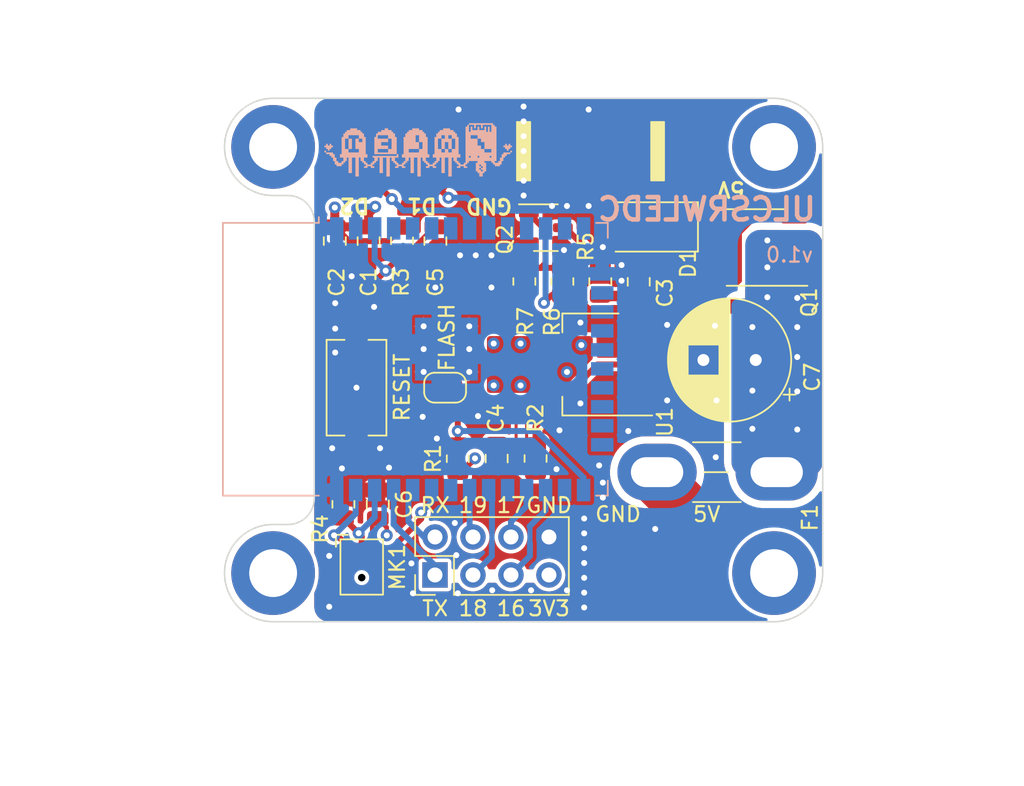
<source format=kicad_pcb>
(kicad_pcb (version 20221018) (generator pcbnew)
  (layers (0 "F.Cu" signal) (1 "In1.Cu" signal) (2 "In2.Cu" signal) (31 "B.Cu" signal) (34 "B.Paste" user) (35 "F.Paste" user) (36 "B.SilkS" user "B.Silkscreen") (37 "F.SilkS" user "F.Silkscreen") (38 "B.Mask" user) (39 "F.Mask" user) (44 "Edge.Cuts" user))
  (net 0 "")
  (net 1 "+5V")
  (net 2 "GND")
  (net 3 "+3.3V")
  (net 4 "STRIP_5V")
  (net 5 "RELAY")
  (net 6 "RX")
  (net 7 "TX")
  (net 8 "Net-(U2-EN)")
  (net 9 "FLASH")
  (net 11 "STRIP_DATA_2")
  (net 12 "STRIP_DATA_1")
  (net 13 "IO19")
  (net 14 "I2S_WS")
  (net 15 "I2S_SCK")
  (net 16 "Net-(Q1-G)")
  (net 21 "I2S_SD")
  (net 34 "/5V_IN")
  (net 38 "IO18")
  (net 39 "IO16")
  (net 40 "IO17")
  (net 41 "Net-(Q2-G)")
  (footprint "ProjectLibrary:SolderWirePad_1x01_SMD_3x6mm" (layer "F.Cu") (at 37.76 23.5)
    (fp_text reference "J3" hide)
    (fp_text value "GND PAD")
    (pad "1" smd roundrect (at 0 0) (size 3.5 6) (layers "F.Cu" "F.Paste" "F.Mask") (roundrect_rratio 0.2857142857) (net 2 "GND"))
  )
  (footprint "ProjectLibrary:SolderWirePad_1x01_SMD_3x6mm" (layer "F.Cu") (at 46.72 23.5)
    (fp_text reference "J1" hide)
    (fp_text value "5V OUT PAD")
    (pad "1" smd roundrect (at 0 0) (size 3.5 6) (layers "F.Cu" "F.Paste" "F.Mask") (roundrect_rratio 0.2857142857) (net 4 "STRIP_5V"))
  )
  (footprint "Package_SO:SO-8_3.9x4.9mm_P1.27mm" (layer "F.Cu") (at 55.525 29.975 180)
    (fp_text reference "Q1" (at -3.575 -3.675 90) (layer "F.SilkS"))
    (fp_text value "IRF7410TRPBF")
    (pad "1" smd roundrect (at -2.575 -1.905 180) (size 1.75 0.6) (layers "F.Cu" "F.Paste" "F.Mask") (net 1 "+5V"))
    (pad "2" smd roundrect (at -2.575 -0.635 180) (size 1.75 0.6) (layers "F.Cu" "F.Paste" "F.Mask") (net 1 "+5V"))
    (pad "3" smd roundrect (at -2.575 0.635 180) (size 1.75 0.6) (layers "F.Cu" "F.Paste" "F.Mask") (net 1 "+5V"))
    (pad "4" smd roundrect (at -2.575 1.905 180) (size 1.75 0.6) (layers "F.Cu" "F.Paste" "F.Mask") (net 16 "Net-(Q1-G)"))
    (pad "5" smd roundrect (at 2.575 1.905 180) (size 1.75 0.6) (layers "F.Cu" "F.Paste" "F.Mask") (net 4 "STRIP_5V"))
    (pad "6" smd roundrect (at 2.575 0.635 180) (size 1.75 0.6) (layers "F.Cu" "F.Paste" "F.Mask") (net 4 "STRIP_5V"))
    (pad "7" smd roundrect (at 2.575 -0.635 180) (size 1.75 0.6) (layers "F.Cu" "F.Paste" "F.Mask") (net 4 "STRIP_5V"))
    (pad "8" smd roundrect (at 2.575 -1.905 180) (size 1.75 0.6) (layers "F.Cu" "F.Paste" "F.Mask") (net 4 "STRIP_5V"))
  )
  (footprint "MountingHole:MountingHole_3.2mm_M3_DIN965_Pad_TopBottom" (layer "F.Cu") (at 23.25 51.75)
    (fp_text reference "H4" hide)
    (fp_text value "MountingHole")
    (pad "1" thru_hole circle (at 0 0) (size 3.6 3.6) (drill 3.2) (layers "*.Cu" "*.Mask"))
    (pad "1" connect circle (at 0 0) (size 5.6 5.6) (layers "F.Cu" "F.Mask"))
    (pad "1" connect circle (at 0 0) (size 5.6 5.6) (layers "B.Cu" "B.Mask"))
  )
  (footprint "Capacitor_SMD:C_0805_2012Metric" (layer "F.Cu") (at 38.2 44.0875 -90)
    (fp_text reference "C4" (at -2.7 0.05 90) (layer "F.SilkS"))
    (fp_text value "22uF")
    (pad "1" smd roundrect (at -0.95 0 270) (size 1 1.45) (layers "F.Cu" "F.Paste" "F.Mask") (net 3 "+3.3V"))
    (pad "2" smd roundrect (at 0.95 0 270) (size 1 1.45) (layers "F.Cu" "F.Paste" "F.Mask") (net 2 "GND"))
  )
  (footprint "Fuse:Fuse_Blade_Mini_directSolder" (layer "F.Cu") (at 56.925 45 180)
    (fp_text reference "F1" (at -2.225 -3.05 90) (layer "F.SilkS"))
    (fp_text value "max. 15A")
    (pad "1" thru_hole oval (at 0 0 180) (size 5.5 3.8) (drill oval 3.5 2) (layers "*.Cu" "*.Mask") (net 1 "+5V") (clearance 0.5))
    (pad "2" thru_hole oval (at 8 0 180) (size 5.3 3.8) (drill oval 3.5 2) (layers "*.Cu" "*.Mask") (net 34 "/5V_IN") (clearance 0.5))
  )
  (footprint "Resistor_SMD:R_0805_2012Metric" (layer "F.Cu") (at 40.05 32.25 -90)
    (fp_text reference "R7" (at 2.675 -0.075 90) (layer "F.SilkS"))
    (fp_text value "10k")
    (pad "1" smd roundrect (at -0.9125 0 270) (size 1.025 1.4) (layers "F.Cu" "F.Paste" "F.Mask") (roundrect_rratio 0.243902439) (net 41 "Net-(Q2-G)"))
    (pad "2" smd roundrect (at 0.9125 0 270) (size 1.025 1.4) (layers "F.Cu" "F.Paste" "F.Mask") (roundrect_rratio 0.243902439) (net 2 "GND"))
  )
  (footprint "Capacitor_SMD:C_0805_2012Metric" (layer "F.Cu") (at 27.375 29.545 -90)
    (fp_text reference "C2" (at 2.755 -0.125 90) (layer "F.SilkS"))
    (fp_text value "22uF")
    (pad "1" smd roundrect (at -0.95 0 270) (size 1 1.45) (layers "F.Cu" "F.Paste" "F.Mask") (net 3 "+3.3V"))
    (pad "2" smd roundrect (at 0.95 0 270) (size 1 1.45) (layers "F.Cu" "F.Paste" "F.Mask") (net 2 "GND"))
  )
  (footprint "ProjectLibrary:SolderWirePad_1x01_SMD_3x6mm" (layer "F.Cu") (at 51.2 51.5)
    (fp_text reference "J8" hide)
    (fp_text value "5V IN PAD")
    (pad "1" smd roundrect (at 0 0) (size 3.5 6) (layers "F.Cu" "F.Paste" "F.Mask") (roundrect_rratio 0.2857142857) (net 34 "/5V_IN"))
  )
  (footprint "Resistor_SMD:R_0805_2012Metric" (layer "F.Cu") (at 35.6 44.1 90)
    (fp_text reference "R1" (at 0 -1.65 90) (layer "F.SilkS"))
    (fp_text value "10k")
    (pad "1" smd roundrect (at -0.9125 0 90) (size 1.025 1.4) (layers "F.Cu" "F.Paste" "F.Mask") (roundrect_rratio 0.243902439) (net 3 "+3.3V"))
    (pad "2" smd roundrect (at 0.9125 0 90) (size 1.025 1.4) (layers "F.Cu" "F.Paste" "F.Mask") (roundrect_rratio 0.243902439) (net 9 "FLASH"))
  )
  (footprint "ProjectLibrary:SolderWirePad_1x01_SMD_3x6mm" (layer "F.Cu") (at 33.28 23.5)
    (fp_text reference "J2" hide)
    (fp_text value "D1 PAD")
    (pad "1" smd roundrect (at 0 0) (size 3.5 6) (layers "F.Cu" "F.Paste" "F.Mask") (roundrect_rratio 0.2857142857) (net 12 "STRIP_DATA_1"))
  )
  (footprint "ProjectLibrary:SolderWirePad_1x01_SMD_3x6mm" (layer "F.Cu") (at 46.72 51.5)
    (fp_text reference "J7" hide)
    (fp_text value "GND PAD")
    (pad "1" smd roundrect (at 0 0) (size 3.5 6) (layers "F.Cu" "F.Paste" "F.Mask") (roundrect_rratio 0.2857142857) (net 2 "GND"))
  )
  (footprint "Button_Switch_SMD:SW_Tactile_SPST_NO_Straight_CK_PTS636Sx25SMTRLFS" (layer "F.Cu") (at 28.825 39.35 90)
    (fp_text reference "SW1" hide)
    (fp_text value "RESET_SW")
    (pad "1" smd rect (at -3.875 0 90) (size 1.25 1) (layers "F.Cu" "F.Paste" "F.Mask") (net 2 "GND"))
    (pad "2" smd rect (at 3.875 0 90) (size 1.25 1) (layers "F.Cu" "F.Paste" "F.Mask") (net 8 "Net-(U2-EN)"))
  )
  (footprint "MountingHole:MountingHole_3.2mm_M3_DIN965_Pad_TopBottom" (layer "F.Cu") (at 56.75 23.25)
    (fp_text reference "H2" hide)
    (fp_text value "MountingHole")
    (pad "1" thru_hole circle (at 0 0) (size 3.6 3.6) (drill 3.2) (layers "*.Cu" "*.Mask"))
    (pad "1" connect circle (at 0 0) (size 5.6 5.6) (layers "F.Cu" "F.Mask"))
    (pad "1" connect circle (at 0 0) (size 5.6 5.6) (layers "B.Cu" "B.Mask"))
  )
  (footprint "Resistor_SMD:R_0805_2012Metric" (layer "F.Cu") (at 27.95 47.15 -90)
    (fp_text reference "R4" (at 1.65 1.55 90) (layer "F.SilkS"))
    (fp_text value "100k")
    (pad "1" smd roundrect (at -0.9125 0 270) (size 1.025 1.4) (layers "F.Cu" "F.Paste" "F.Mask") (roundrect_rratio 0.243902439) (net 2 "GND"))
    (pad "2" smd roundrect (at 0.9125 0 270) (size 1.025 1.4) (layers "F.Cu" "F.Paste" "F.Mask") (roundrect_rratio 0.243902439) (net 21 "I2S_SD"))
  )
  (footprint "Capacitor_SMD:C_0805_2012Metric" (layer "F.Cu") (at 30.25 47.15 90)
    (fp_text reference "C6" (at 0 1.75 270) (layer "F.SilkS"))
    (fp_text value "100nF")
    (pad "1" smd roundrect (at -0.95 0 90) (size 1 1.45) (layers "F.Cu" "F.Paste" "F.Mask") (net 3 "+3.3V"))
    (pad "2" smd roundrect (at 0.95 0 90) (size 1 1.45) (layers "F.Cu" "F.Paste" "F.Mask") (net 2 "GND"))
  )
  (footprint "ProjectLibrary:SolderWirePad_1x01_SMD_3x6mm" (layer "F.Cu") (at 51.2 23.5)
    (fp_text reference "J4" hide)
    (fp_text value "5V OUT PAD")
    (pad "1" smd roundrect (at 0 0) (size 3.5 6) (layers "F.Cu" "F.Paste" "F.Mask") (roundrect_rratio 0.2857142857) (net 4 "STRIP_5V"))
  )
  (footprint "Package_TO_SOT_SMD:SOT-23-3" (layer "F.Cu") (at 41.4875 28.65)
    (fp_text reference "Q2" (at -2.7375 0.8 90) (layer "F.SilkS"))
    (fp_text value "IRLML6244")
    (pad "1" smd roundrect (at -1.1375 -0.95) (size 1.325 0.6) (layers "F.Cu" "F.Paste" "F.Mask") (net 41 "Net-(Q2-G)"))
    (pad "2" smd roundrect (at -1.1375 0.95) (size 1.325 0.6) (layers "F.Cu" "F.Paste" "F.Mask") (net 2 "GND"))
    (pad "3" smd roundrect (at 1.1375 0) (size 1.325 0.6) (layers "F.Cu" "F.Paste" "F.Mask") (net 16 "Net-(Q1-G)"))
  )
  (footprint "Capacitor_THT:CP_Radial_D8.0mm_P3.50mm" (layer "F.Cu") (at 55.525 37.5 180)
    (fp_text reference "C7" (at -3.775 -1.15 90) (layer "F.SilkS"))
    (fp_text value "330uF")
    (pad "1" thru_hole rect (at 0 0 180) (size 1.6 1.6) (drill 0.8) (layers "*.Cu" "*.Mask") (net 1 "+5V"))
    (pad "2" thru_hole circle (at 3.5 0 180) (size 1.6 1.6) (drill 0.8) (layers "*.Cu" "*.Mask") (net 2 "GND"))
  )
  (footprint "Resistor_SMD:R_0805_2012Metric" (layer "F.Cu") (at 45.13 32.25 90)
    (fp_text reference "R5" (at 2.325 -0.975 90) (layer "F.SilkS"))
    (fp_text value "10k")
    (pad "1" smd roundrect (at -0.9125 0 90) (size 1.025 1.4) (layers "F.Cu" "F.Paste" "F.Mask") (roundrect_rratio 0.243902439) (net 1 "+5V"))
    (pad "2" smd roundrect (at 0.9125 0 90) (size 1.025 1.4) (layers "F.Cu" "F.Paste" "F.Mask") (roundrect_rratio 0.243902439) (net 16 "Net-(Q1-G)"))
  )
  (footprint "Sensor_Audio:InvenSense_ICS-43434-6_3.5x2.65mm" (layer "F.Cu") (at 29.175 51.342)
    (fp_text reference "MK1" (at 2.375 0.008 90 unlocked) (layer "F.SilkS"))
    (fp_text value "ICS-43434")
    (pad "" np_thru_hole circle (at 0 0.71) (size 0.5 0.5) (drill 0.5) (layers "*.Mask"))
    (pad "1" smd rect (at -0.9 -1.364) (size 0.6 0.522) (layers "F.Cu" "F.Mask") (net 14 "I2S_WS"))
    (pad "2" smd rect (at -0.9 -0.542) (size 0.6 0.522) (layers "F.Cu" "F.Mask") (net 2 "GND"))
    (pad "3" smd custom (at 0.6625 0.71 90) (size 0.3 0.3) (layers "F.Cu" "F.Mask") (net 2 "GND") (options (clearance outline) (anchor circle)) (primitives (gr_circle (center 0 -0.6625) (end 0.6625 -0.6625) (width 0.3) (fill none))))
    (pad "4" smd rect (at 0.9 -0.542) (size 0.6 0.522) (layers "F.Cu" "F.Mask") (net 15 "I2S_SCK"))
    (pad "5" smd rect (at 0.9 -1.364) (size 0.6 0.522) (layers "F.Cu" "F.Mask") (net 3 "+3.3V"))
    (pad "6" smd rect (at 0 -1.364) (size 0.6 0.522) (layers "F.Cu" "F.Mask") (net 21 "I2S_SD"))
  )
  (footprint "Resistor_SMD:R_0805_2012Metric" (layer "F.Cu") (at 40.8 44.0875 -90)
    (fp_text reference "R2" (at -2.7 0 90) (layer "F.SilkS"))
    (fp_text value "0.5R")
    (pad "1" smd roundrect (at -0.9125 0 270) (size 1.025 1.4) (layers "F.Cu" "F.Paste" "F.Mask") (roundrect_rratio 0.243902439) (net 3 "+3.3V"))
    (pad "2" smd roundrect (at 0.9125 0 270) (size 1.025 1.4) (layers "F.Cu" "F.Paste" "F.Mask") (roundrect_rratio 0.243902439) (net 3 "+3.3V"))
  )
  (footprint "Diode_SMD:D_SMA" (layer "F.Cu") (at 48.15 28.6 180)
    (fp_text reference "D1" (at -2.85 -2.45 90) (layer "F.SilkS"))
    (fp_text value "SS14")
    (pad "1" smd roundrect (at -2 0 180) (size 2.5 1.8) (layers "F.Cu" "F.Paste" "F.Mask") (roundrect_rratio 0.1388888889) (net 4 "STRIP_5V"))
    (pad "2" smd roundrect (at 2 0 180) (size 2.5 1.8) (layers "F.Cu" "F.Paste" "F.Mask") (roundrect_rratio 0.1388888889) (net 2 "GND"))
  )
  (footprint "ProjectLibrary:SolderWirePad_1x01_SMD_3x6mm" (layer "F.Cu") (at 42.24 23.5)
    (fp_text reference "J6" hide)
    (fp_text value "GND PAD")
    (pad "1" smd roundrect (at 0 0) (size 3.5 6) (layers "F.Cu" "F.Paste" "F.Mask") (roundrect_rratio 0.2857142857) (net 2 "GND"))
  )
  (footprint "Capacitor_SMD:C_0805_2012Metric" (layer "F.Cu") (at 34.1 29.545 -90)
    (fp_text reference "C5" (at 2.755 0 90) (layer "F.SilkS"))
    (fp_text value "1uF")
    (pad "1" smd roundrect (at -0.95 0 270) (size 1 1.45) (layers "F.Cu" "F.Paste" "F.Mask") (net 8 "Net-(U2-EN)"))
    (pad "2" smd roundrect (at 0.95 0 270) (size 1 1.45) (layers "F.Cu" "F.Paste" "F.Mask") (net 2 "GND"))
  )
  (footprint "ProjectLibrary:SolderWirePad_1x01_SMD_3x6mm" (layer "F.Cu") (at 28.8 23.5)
    (fp_text reference "J5" hide)
    (fp_text value "D2 PAD")
    (pad "1" smd roundrect (at 0 0) (size 3.5 6) (layers "F.Cu" "F.Paste" "F.Mask") (roundrect_rratio 0.2857142857) (net 11 "STRIP_DATA_2"))
  )
  (footprint "Jumper:SolderJumper-2_P1.3mm_Open_RoundedPad1.0x1.5mm" (layer "F.Cu") (at 34.75 39.35 180)
    (fp_text reference "JP1" hide)
    (fp_text value "Flash_Jumper")
    (pad "1" smd custom (at -0.65 0 180) (size 1 0.5) (layers "F.Cu" "F.Mask") (net 9 "FLASH") (options (clearance outline) (anchor rect)) (primitives (gr_circle (center 0 0.25) (end 0.5 0.25) (width 0) (fill yes)) (gr_circle (center 0 -0.25) (end 0.5 -0.25) (width 0) (fill yes)) (gr_poly (pts (xy 0.5 0.75) (xy 0 0.75) (xy 0 -0.75) (xy 0.5 -0.75)) (width 0) (fill yes))))
    (pad "2" smd custom (at 0.65 0 180) (size 1 0.5) (layers "F.Cu" "F.Mask") (net 2 "GND") (options (clearance outline) (anchor rect)) (primitives (gr_circle (center 0 0.25) (end 0.5 0.25) (width 0) (fill yes)) (gr_circle (center 0 -0.25) (end 0.5 -0.25) (width 0) (fill yes)) (gr_poly (pts (xy 0 0.75) (xy -0.5 0.75) (xy -0.5 -0.75) (xy 0 -0.75)) (width 0) (fill yes))))
  )
  (footprint "Capacitor_SMD:C_0805_2012Metric" (layer "F.Cu") (at 47.7 32.27 90)
    (fp_text reference "C3" (at -0.75 1.75 90) (layer "F.SilkS"))
    (fp_text value "22uF")
    (pad "1" smd roundrect (at -0.95 0 90) (size 1 1.45) (layers "F.Cu" "F.Paste" "F.Mask") (net 1 "+5V"))
    (pad "2" smd roundrect (at 0.95 0 90) (size 1 1.45) (layers "F.Cu" "F.Paste" "F.Mask") (net 2 "GND"))
  )
  (footprint "Resistor_SMD:R_0805_2012Metric" (layer "F.Cu") (at 31.868332 29.525 -90)
    (fp_text reference "R3" (at 2.775 0.068332 90) (layer "F.SilkS"))
    (fp_text value "10k")
    (pad "1" smd roundrect (at -0.9125 0 270) (size 1.025 1.4) (layers "F.Cu" "F.Paste" "F.Mask") (roundrect_rratio 0.243902439) (net 3 "+3.3V"))
    (pad "2" smd roundrect (at 0.9125 0 270) (size 1.025 1.4) (layers "F.Cu" "F.Paste" "F.Mask") (roundrect_rratio 0.243902439) (net 8 "Net-(U2-EN)"))
  )
  (footprint "MountingHole:MountingHole_3.2mm_M3_DIN965_Pad_TopBottom" (layer "F.Cu") (at 23.25 23.25)
    (fp_text reference "H1" hide)
    (fp_text value "MountingHole")
    (pad "1" thru_hole circle (at 0 0) (size 3.6 3.6) (drill 3.2) (layers "*.Cu" "*.Mask"))
    (pad "1" connect circle (at 0 0) (size 5.6 5.6) (layers "F.Cu" "F.Mask"))
    (pad "1" connect circle (at 0 0) (size 5.6 5.6) (layers "B.Cu" "B.Mask"))
  )
  (footprint "Resistor_SMD:R_0805_2012Metric" (layer "F.Cu") (at 42.59 32.25 90)
    (fp_text reference "R6" (at -2.7 -0.69 90) (layer "F.SilkS"))
    (fp_text value "300R")
    (pad "1" smd roundrect (at -0.9125 0 90) (size 1.025 1.4) (layers "F.Cu" "F.Paste" "F.Mask") (roundrect_rratio 0.243902439) (net 5 "RELAY"))
    (pad "2" smd roundrect (at 0.9125 0 90) (size 1.025 1.4) (layers "F.Cu" "F.Paste" "F.Mask") (roundrect_rratio 0.243902439) (net 41 "Net-(Q2-G)"))
  )
  (footprint "MountingHole:MountingHole_3.2mm_M3_DIN965_Pad_TopBottom" (layer "F.Cu") (at 56.75 51.75)
    (fp_text reference "H3" hide)
    (fp_text value "MountingHole")
    (pad "1" thru_hole circle (at 0 0) (size 3.6 3.6) (drill 3.2) (layers "*.Cu" "*.Mask"))
    (pad "1" connect circle (at 0 0) (size 5.6 5.6) (layers "F.Cu" "F.Mask"))
    (pad "1" connect circle (at 0 0) (size 5.6 5.6) (layers "B.Cu" "B.Mask"))
  )
  (footprint "Package_TO_SOT_SMD:SOT-223-3_TabPin2" (layer "F.Cu") (at 44.5 37.8 180)
    (fp_text reference "U1" (at -4.95 -3.85 90) (layer "F.SilkS"))
    (fp_text value "AMS1117-3.3")
    (pad "1" smd rect (at -3.15 -2.3 180) (size 2 1.5) (layers "F.Cu" "F.Paste" "F.Mask") (net 2 "GND"))
    (pad "2" smd rect (at -3.15 0 180) (size 2 1.5) (layers "F.Cu" "F.Paste" "F.Mask") (net 3 "+3.3V"))
    (pad "2" smd rect (at 3.15 0 180) (size 2 3.8) (layers "F.Cu" "F.Paste" "F.Mask") (net 3 "+3.3V"))
    (pad "3" smd rect (at -3.15 2.3 180) (size 2 1.5) (layers "F.Cu" "F.Paste" "F.Mask") (net 1 "+5V"))
  )
  (footprint "Connector_PinHeader_2.54mm:PinHeader_2x04_P2.54mm_Vertical" (layer "F.Cu") (at 34.075 51.875 90)
    (fp_text reference "J9" hide)
    (fp_text value "Conn_02x04_Odd_Even")
    (pad "1" thru_hole rect (at 0 0 90) (size 1.7 1.7) (drill 1) (layers "*.Cu" "*.Mask") (net 7 "TX"))
    (pad "2" thru_hole oval (at 2.54 0 90) (size 1.7 1.7) (drill 1) (layers "*.Cu" "*.Mask") (net 6 "RX"))
    (pad "3" thru_hole oval (at 0 2.54 90) (size 1.7 1.7) (drill 1) (layers "*.Cu" "*.Mask") (net 38 "IO18"))
    (pad "4" thru_hole oval (at 2.54 2.54 90) (size 1.7 1.7) (drill 1) (layers "*.Cu" "*.Mask") (net 13 "IO19"))
    (pad "5" thru_hole oval (at 0 5.08 90) (size 1.7 1.7) (drill 1) (layers "*.Cu" "*.Mask") (net 39 "IO16"))
    (pad "6" thru_hole oval (at 2.54 5.08 90) (size 1.7 1.7) (drill 1) (layers "*.Cu" "*.Mask") (net 40 "IO17"))
    (pad "7" thru_hole oval (at 0 7.62 90) (size 1.7 1.7) (drill 1) (layers "*.Cu" "*.Mask") (net 3 "+3.3V"))
    (pad "8" thru_hole oval (at 2.54 7.62 90) (size 1.7 1.7) (drill 1) (layers "*.Cu" "*.Mask") (net 2 "GND"))
  )
  (footprint "Capacitor_SMD:C_0805_2012Metric" (layer "F.Cu") (at 29.636666 29.55 90)
    (fp_text reference "C1" (at -2.75 0 90) (layer "F.SilkS"))
    (fp_text value "100nF")
    (pad "1" smd roundrect (at -0.95 0 90) (size 1 1.45) (layers "F.Cu" "F.Paste" "F.Mask") (net 2 "GND"))
    (pad "2" smd roundrect (at 0.95 0 90) (size 1 1.45) (layers "F.Cu" "F.Paste" "F.Mask") (net 3 "+3.3V"))
  )
  (footprint "RF_Module:ESP32-WROOM-32" (layer "B.Cu") (at 35.75 37.45 -90)
    (fp_text reference "U2" hide)
    (fp_text value "ESP32-WROOM-32")
    (pad "1" smd rect (at -8.75 8.25 270) (size 1.5 0.9) (layers "B.Cu" "B.Paste" "B.Mask") (net 2 "GND"))
    (pad "2" smd rect (at -8.75 6.98 270) (size 1.5 0.9) (layers "B.Cu" "B.Paste" "B.Mask") (net 3 "+3.3V"))
    (pad "3" smd rect (at -8.75 5.71 270) (size 1.5 0.9) (layers "B.Cu" "B.Paste" "B.Mask") (net 8 "Net-(U2-EN)"))
    (pad "4" smd rect (at -8.75 4.44 270) (size 1.5 0.9) (layers "B.Cu" "B.Paste" "B.Mask"))
    (pad "5" smd rect (at -8.75 3.17 270) (size 1.5 0.9) (layers "B.Cu" "B.Paste" "B.Mask"))
    (pad "6" smd rect (at -8.75 1.9 270) (size 1.5 0.9) (layers "B.Cu" "B.Paste" "B.Mask"))
    (pad "7" smd rect (at -8.75 0.63 270) (size 1.5 0.9) (layers "B.Cu" "B.Paste" "B.Mask"))
    (pad "8" smd rect (at -8.75 -0.64 270) (size 1.5 0.9) (layers "B.Cu" "B.Paste" "B.Mask") (net 11 "STRIP_DATA_2"))
    (pad "9" smd rect (at -8.75 -1.91 270) (size 1.5 0.9) (layers "B.Cu" "B.Paste" "B.Mask") (net 12 "STRIP_DATA_1"))
    (pad "10" smd rect (at -8.75 -3.18 270) (size 1.5 0.9) (layers "B.Cu" "B.Paste" "B.Mask"))
    (pad "11" smd rect (at -8.75 -4.45 270) (size 1.5 0.9) (layers "B.Cu" "B.Paste" "B.Mask"))
    (pad "12" smd rect (at -8.75 -5.72 270) (size 1.5 0.9) (layers "B.Cu" "B.Paste" "B.Mask") (net 5 "RELAY"))
    (pad "13" smd rect (at -8.75 -6.99 270) (size 1.5 0.9) (layers "B.Cu" "B.Paste" "B.Mask"))
    (pad "14" smd rect (at -8.75 -8.26 270) (size 1.5 0.9) (layers "B.Cu" "B.Paste" "B.Mask"))
    (pad "15" smd rect (at -5.71 -9.51 180) (size 1.5 0.9) (layers "B.Cu" "B.Paste" "B.Mask") (net 2 "GND"))
    (pad "16" smd rect (at -4.44 -9.51 180) (size 1.5 0.9) (layers "B.Cu" "B.Paste" "B.Mask"))
    (pad "17" smd rect (at -3.17 -9.51 180) (size 1.5 0.9) (layers "B.Cu" "B.Paste" "B.Mask"))
    (pad "18" smd rect (at -1.9 -9.51 180) (size 1.5 0.9) (layers "B.Cu" "B.Paste" "B.Mask"))
    (pad "19" smd rect (at -0.63 -9.51 180) (size 1.5 0.9) (layers "B.Cu" "B.Paste" "B.Mask"))
    (pad "20" smd rect (at 0.64 -9.51 180) (size 1.5 0.9) (layers "B.Cu" "B.Paste" "B.Mask"))
    (pad "21" smd rect (at 1.91 -9.51 180) (size 1.5 0.9) (layers "B.Cu" "B.Paste" "B.Mask"))
    (pad "22" smd rect (at 3.18 -9.51 180) (size 1.5 0.9) (layers "B.Cu" "B.Paste" "B.Mask"))
    (pad "23" smd rect (at 4.45 -9.51 180) (size 1.5 0.9) (layers "B.Cu" "B.Paste" "B.Mask"))
    (pad "24" smd rect (at 5.72 -9.51 180) (size 1.5 0.9) (layers "B.Cu" "B.Paste" "B.Mask"))
    (pad "25" smd rect (at 8.75 -8.26 270) (size 1.5 0.9) (layers "B.Cu" "B.Paste" "B.Mask") (net 9 "FLASH"))
    (pad "26" smd rect (at 8.75 -6.99 270) (size 1.5 0.9) (layers "B.Cu" "B.Paste" "B.Mask"))
    (pad "27" smd rect (at 8.75 -5.72 270) (size 1.5 0.9) (layers "B.Cu" "B.Paste" "B.Mask") (net 39 "IO16"))
    (pad "28" smd rect (at 8.75 -4.45 270) (size 1.5 0.9) (layers "B.Cu" "B.Paste" "B.Mask") (net 40 "IO17"))
    (pad "29" smd rect (at 8.75 -3.18 270) (size 1.5 0.9) (layers "B.Cu" "B.Paste" "B.Mask"))
    (pad "30" smd rect (at 8.75 -1.91 270) (size 1.5 0.9) (layers "B.Cu" "B.Paste" "B.Mask") (net 38 "IO18"))
    (pad "31" smd rect (at 8.75 -0.64 270) (size 1.5 0.9) (layers "B.Cu" "B.Paste" "B.Mask") (net 13 "IO19"))
    (pad "32" smd rect (at 8.75 0.63 270) (size 1.5 0.9) (layers "B.Cu" "B.Paste" "B.Mask"))
    (pad "33" smd rect (at 8.75 1.9 270) (size 1.5 0.9) (layers "B.Cu" "B.Paste" "B.Mask") (net 15 "I2S_SCK"))
    (pad "34" smd rect (at 8.75 3.17 270) (size 1.5 0.9) (layers "B.Cu" "B.Paste" "B.Mask") (net 6 "RX"))
    (pad "35" smd rect (at 8.75 4.44 270) (size 1.5 0.9) (layers "B.Cu" "B.Paste" "B.Mask") (net 7 "TX"))
    (pad "36" smd rect (at 8.75 5.71 270) (size 1.5 0.9) (layers "B.Cu" "B.Paste" "B.Mask") (net 21 "I2S_SD"))
    (pad "37" smd rect (at 8.75 6.98 270) (size 1.5 0.9) (layers "B.Cu" "B.Paste" "B.Mask") (net 14 "I2S_WS"))
    (pad "38" smd rect (at 8.75 8.25 270) (size 1.5 0.9) (layers "B.Cu" "B.Paste" "B.Mask") (net 2 "GND"))
    (pad "39" thru_hole circle (at -2.205 -0.615 270) (size 0.8 0.8) (drill 0.4) (property pad_prop_heatsink) (layers "*.Cu" "B.Mask") (net 2 "GND"))
    (pad "39" smd rect (at -2.205 -0.615 270) (size 1.05 1.05) (layers "B.Cu" "B.Paste") (net 2 "GND"))
    (pad "39" smd rect (at -2.205 0.91 270) (size 1.05 1.05) (layers "B.Cu" "B.Paste") (net 2 "GND"))
    (pad "39" thru_hole circle (at -2.205 2.435 270) (size 0.8 0.8) (drill 0.4) (property pad_prop_heatsink) (layers "*.Cu" "B.Mask") (net 2 "GND"))
    (pad "39" smd rect (at -2.205 2.435 270) (size 1.05 1.05) (layers "B.Cu" "B.Paste") (net 2 "GND"))
    (pad "39" thru_hole circle (at -0.68 -0.615 270) (size 0.8 0.8) (drill 0.4) (property pad_prop_heatsink) (layers "*.Cu" "B.Mask") (net 2 "GND"))
    (pad "39" smd rect (at -0.68 -0.615 270) (size 1.05 1.05) (layers "B.Cu" "B.Paste") (net 2 "GND"))
    (pad "39" smd rect (at -0.68 0.91 270) (size 1.05 1.05) (layers "B.Cu" "B.Paste") (net 2 "GND"))
    (pad "39" smd rect (at -0.68 0.91 270) (size 4.2 4.2) (layers "B.Cu" "B.Mask") (net 2 "GND"))
    (pad "39" thru_hole circle (at -0.68 2.435 270) (size 0.8 0.8) (drill 0.4) (property pad_prop_heatsink) (layers "*.Cu" "B.Mask") (net 2 "GND"))
    (pad "39" smd rect (at -0.68 2.435 270) (size 1.05 1.05) (layers "B.Cu" "B.Paste") (net 2 "GND"))
    (pad "39" thru_hole circle (at 0.845 -0.615 270) (size 0.8 0.8) (drill 0.4) (property pad_prop_heatsink) (layers "*.Cu" "B.Mask") (net 2 "GND"))
    (pad "39" smd rect (at 0.845 -0.615 270) (size 1.05 1.05) (layers "B.Cu" "B.Paste") (net 2 "GND"))
    (pad "39" smd rect (at 0.845 0.91 270) (size 1.05 1.05) (layers "B.Cu" "B.Paste") (net 2 "GND"))
    (pad "39" thru_hole circle (at 0.845 2.435 270) (size 0.8 0.8) (drill 0.4) (property pad_prop_heatsink) (layers "*.Cu" "B.Mask") (net 2 "GND"))
    (pad "39" smd rect (at 0.845 2.435 270) (size 1.05 1.05) (layers "B.Cu" "B.Paste") (net 2 "GND"))
    (zone (net 0) (net_name "") (layers "F.Cu" "In1.Cu" "B.Cu") (connect_pads (clearance 0)) (min_thickness 0.254)
      (keepout (tracks not_allowed) (vias not_allowed) (pads not_allowed) (copperpour not_allowed) (footprints not_allowed))
      (fill (thermal_gap 0.508) (thermal_bridge_width 0.508))
      (polygon (pts (xy 25.95 13.45) (xy 25.95 61.45) (xy 5.01 61.45) (xy 5.01 13.45)))
    )
  )
  (footprint "LOGO" (layer "B.Cu") (at 32.95 23.45 180)
    (fp_text reference "G***" hide)
    (fp_text value "LOGO" hide)
  )
  (gr_rect (start 48.525 21.575) (end 49.4 25.5) (stroke (width 0.1)) (fill solid) (layer "F.SilkS"))
  (gr_rect (start 39.55 21.575) (end 40.45 25.5) (stroke (width 0.1)) (fill solid) (layer "F.SilkS"))
  (gr_arc (start 56.75 20) (mid 59.048097 20.951903) (end 60 23.25) (stroke (width 0.1)) (layer "Edge.Cuts"))
  (gr_line (start 60 51.75) (end 60 23.25) (stroke (width 0.1)) (layer "Edge.Cuts"))
  (gr_line (start 56.75 20) (end 23.25 20) (stroke (width 0.1)) (layer "Edge.Cuts"))
  (gr_line (start 23.25 55) (end 56.75 55) (stroke (width 0.1)) (layer "Edge.Cuts"))
  (gr_arc (start 23.25 55) (mid 20 51.75) (end 23.25 48.5) (stroke (width 0.1)) (layer "Edge.Cuts"))
  (gr_arc (start 23.25 26.5) (mid 20 23.25) (end 23.25 20) (stroke (width 0.1)) (layer "Edge.Cuts"))
  (gr_line (start 26 28.25) (end 26 46.75) (stroke (width 0.1)) (layer "Edge.Cuts"))
  (gr_line (start 23.25 48.5) (end 24.25 48.5) (stroke (width 0.1)) (layer "Edge.Cuts"))
  (gr_line (start 24.25 26.5) (end 23.25 26.5) (stroke (width 0.1)) (layer "Edge.Cuts"))
  (gr_arc (start 26 46.75) (mid 25.487437 47.987437) (end 24.25 48.5) (stroke (width 0.1)) (layer "Edge.Cuts"))
  (gr_arc (start 24.25 26.5) (mid 25.487437 27.012563) (end 26 28.25) (stroke (width 0.1)) (layer "Edge.Cuts"))
  (gr_arc (start 60 51.75) (mid 59.048097 54.048097) (end 56.75 55) (stroke (width 0.1)) (layer "Edge.Cuts"))
  (gr_text "v1.0" (at 59.45 31.05) (layer "B.SilkS") (effects (font (size 1 1)) (justify left bottom mirror)))
  (gr_text "ULCSRWLEDC" (at 59.7 28.3) (layer "B.SilkS") (effects (font (size 1.5 1.5) (thickness 0.3) bold) (justify left bottom mirror)))
  (gr_text "TX" (at 33.130357 54.7) (layer "F.SilkS") (effects (font (size 1 1)) (justify left bottom)))
  (gr_text "GND" (at 40.083691 47.8) (layer "F.SilkS") (effects (font (size 1 1)) (justify left bottom)))
  (gr_text "18" (at 35.575119 54.7) (layer "F.SilkS") (effects (font (size 1 1)) (justify left bottom)))
  (gr_text "RX" (at 33.01131 47.8) (layer "F.SilkS") (effects (font (size 1 1)) (justify left bottom)))
  (gr_text "16" (at 38.115119 54.7) (layer "F.SilkS") (effects (font (size 1 1)) (justify left bottom)))
  (gr_text "17" (at 38.115119 47.8) (layer "F.SilkS") (effects (font (size 1 1)) (justify left bottom)))
  (gr_text "D1" (at 34.3 26.6 180) (layer "F.SilkS") (effects (font (size 1 1) (thickness 0.2) bold) (justify left bottom)))
  (gr_text "3V3" (at 40.226548 54.7) (layer "F.SilkS") (effects (font (size 1 1)) (justify left bottom)))
  (gr_text "GND" (at 39.35 26.625 180) (layer "F.SilkS") (effects (font (size 1 1) (thickness 0.2) bold) (justify left bottom)))
  (gr_text "RESET" (at 32.45 41.699405 90) (layer "F.SilkS") (effects (font (size 1 1)) (justify left bottom)))
  (gr_text "FLASH" (at 35.45 38.35 90) (layer "F.SilkS") (effects (font (size 1 1)) (justify left bottom)))
  (gr_text "5V" (at 51.240476 48.4) (layer "F.SilkS") (effects (font (size 1 1)) (justify left bottom)))
  (gr_text "D2" (at 29.8 26.6 180) (layer "F.SilkS") (effects (font (size 1 1) (thickness 0.2) bold) (justify left bottom)))
  (gr_text "19" (at 35.575119 47.8) (layer "F.SilkS") (effects (font (size 1 1)) (justify left bottom)))
  (gr_text "5V" (at 54.9 25.5 180) (layer "F.SilkS") (effects (font (size 1 1) (thickness 0.2) bold) (justify left bottom)))
  (gr_text "GND" (at 44.695 48.4) (layer "F.SilkS") (effects (font (size 1 1)) (justify left bottom)))
  (segment (start 47.7 33.25) (end 47.725 33.275) (width 1) (layer "F.Cu") (net 1))
  (segment (start 48.8 33.275) (end 49.425 33.9) (width 1) (layer "F.Cu") (net 1))
  (segment (start 47.7 35.45) (end 47.65 35.5) (width 0.7) (layer "F.Cu") (net 1))
  (segment (start 47.725 33.275) (end 48.8 33.275) (width 1) (layer "F.Cu") (net 1))
  (segment (start 47.7 33.22) (end 45.1875 33.22) (width 0.7) (layer "F.Cu") (net 1))
  (segment (start 47.7 33.25) (end 47.7 35.45) (width 1) (layer "F.Cu") (net 1))
  (segment (start 49.425 33.9) (end 54.85 33.9) (width 1) (layer "F.Cu") (net 1))
  (via (at 55.3 35.3) (size 0.8) (drill 0.4) (layers "F.Cu" "B.Cu") (net 1))
  (via (at 58.3 37.3) (size 0.8) (drill 0.4) (layers "F.Cu" "B.Cu") (net 1))
  (via (at 58.3 42.15) (size 0.8) (drill 0.4) (layers "F.Cu" "B.Cu") (net 1))
  (via (at 58.3 35.3) (size 0.8) (drill 0.4) (layers "F.Cu" "B.Cu") (net 1))
  (via (at 56.3 31.3) (size 0.8) (drill 0.4) (layers "F.Cu" "B.Cu") (net 1))
  (via (at 58.3 33.35) (size 0.8) (drill 0.4) (layers "F.Cu" "B.Cu") (net 1))
  (via (at 56.3 29.5) (size 0.8) (drill 0.4) (layers "F.Cu" "B.Cu") (net 1))
  (via (at 55.3 39.55) (size 0.8) (drill 0.4) (layers "F.Cu" "B.Cu") (net 1))
  (via (at 55.3 42.1) (size 0.8) (drill 0.4) (layers "F.Cu" "B.Cu") (net 1))
  (via (at 58.3 39.6) (size 0.8) (drill 0.4) (layers "F.Cu" "B.Cu") (net 1))
  (via (at 56.3 33.3) (size 0.8) (drill 0.4) (layers "F.Cu" "B.Cu") (net 1))
  (via (at 44.05 52.066668) (size 0.8) (drill 0.4) (layers "F.Cu" "B.Cu") (net 2))
  (via (at 32.6 53.1) (size 0.8) (drill 0.4) (layers "F.Cu" "B.Cu") (net 2))
  (via (at 45.3 29.95) (size 0.8) (drill 0.4) (layers "F.Cu" "B.Cu") (net 2))
  (via (at 45.3 45.7) (size 0.8) (drill 0.4) (layers "F.Cu" "B.Cu") (net 2))
  (via (at 42.4 42.2) (size 0.8) (drill 0.4) (layers "F.Cu" "B.Cu") (net 2))
  (via (at 52.85 44) (size 0.8) (drill 0.4) (layers "F.Cu" "B.Cu") (net 2))
  (via (at 44.05 49.09167) (size 0.8) (drill 0.4) (layers "F.Cu" "B.Cu") (net 2))
  (via (at 44.05 48.1) (size 0.8) (drill 0.4) (layers "F.Cu" "B.Cu") (net 2))
  (via (at 46.550418 32.199721) (size 0.8) (drill 0.4) (layers "F.Cu" "B.Cu") (net 2))
  (via (at 42.9 27.2) (size 0.8) (drill 0.4) (layers "F.Cu" "B.Cu") (net 2))
  (via (at 36.95 41.25) (size 0.8) (drill 0.4) (layers "F.Cu" "B.Cu") (net 2))
  (via (at 47 42.25) (size 0.8) (drill 0.4) (layers "F.Cu" "B.Cu") (net 2))
  (via (at 28.5 31.9) (size 0.8) (drill 0.4) (layers "F.Cu" "B.Cu") (net 2))
  (via (at 27.85 44.75) (size 0.8) (drill 0.4) (layers "F.Cu" "B.Cu") (net 2))
  (via (at 45.3 46.7) (size 0.8) (drill 0.4) (layers "F.Cu" "B.Cu") (net 2))
  (via (at 35.6 53.1) (size 0.8) (drill 0.4) (layers "F.Cu" "B.Cu") (net 2))
  (via (at 34.2 42.75) (size 0.8) (drill 0.4) (layers "F.Cu" "B.Cu") (net 2))
  (via (at 44.05 53.058334) (size 0.8) (drill 0.4) (layers "F.Cu" "B.Cu") (net 2))
  (via (at 35.65 20.75) (size 0.8) (drill 0.4) (layers "F.Cu" "B.Cu") (net 2))
  (via (at 37.85 32.65) (size 0.8) (drill 0.4) (layers "F.Cu" "B.Cu") (net 2))
  (via (at 52.9 40.2) (size 0.8) (drill 0.4) (layers "F.Cu" "B.Cu") (net 2))
  (via (at 27.2 43.4) (size 0.8) (drill 0.4) (layers "F.Cu" "B.Cu") (net 2))
  (via (at 40 21.541666) (size 0.8) (drill 0.4) (layers "F.Cu" "B.Cu") (net 2))
  (via (at 27.4 37) (size 0.8) (drill 0.4) (layers "F.Cu" "B.Cu") (net 2))
  (via (at 36.8 30.5) (size 0.8) (drill 0.4) (layers "F.Cu" "B.Cu") (net 2))
  (via (at 35.4 48.4) (size 0.8) (drill 0.4) (layers "F.Cu" "B.Cu") (net 2))
  (via (at 42.9 52.9) (size 0.8) (drill 0.4) (layers "F.Cu" "B.Cu") (net 2))
  (via (at 49.6 40.2) (size 0.8) (drill 0.4) (layers "F.Cu" "B.Cu") (net 2))
  (via (at 44.05 54.05) (size 0.8) (drill 0.4) (layers "F.Cu" "B.Cu") (net 2))
  (via (at 30 33.95) (size 0.8) (drill 0.4) (layers "F.Cu" "B.Cu") (net 2))
  (via (at 46.55 31.15) (size 0.8) (drill 0.4) (layers "F.Cu" "B.Cu") (net 2))
  (via (at 27 54) (size 0.8) (drill 0.4) (layers "F.Cu" "B.Cu") (net 2))
  (via (at 44.05 51.075002) (size 0.8) (drill 0.4) (layers "F.Cu" "B.Cu") (net 2))
  (via (at 43.8 35) (size 0.8) (drill 0.4) (layers "F.Cu" "B.Cu") (net 2))
  (via (at 27 50.6) (size 0.8) (drill 0.4) (layers "F.Cu" "B.Cu") (net 2))
  (via (at 35.5 50.55) (size 0.8) (drill 0.4) (layers "F.Cu" "B.Cu") (net 2))
  (via (at 40 24.516664) (size 0.8) (drill 0.4) (layers "F.Cu" "B.Cu") (net 2))
  (via (at 42.7 30.15) (size 0.8) (drill 0.4) (layers "F.Cu" "B.Cu") (net 2))
  (via (at 42.2 44.8) (size 0.8) (drill 0.4) (layers "F.Cu" "B.Cu") (net 2))
  (via (at 41.9 27.2) (size 0.8) (drill 0.4) (layers "F.Cu" "B.Cu") (net 2))
  (via (at 45.05 44.55) (size 0.8) (drill 0.4) (layers "F.Cu" "B.Cu") (net 2))
  (via (at 34.1 32.65) (size 0.8) (drill 0.4) (layers "F.Cu" "B.Cu") (net 2))
  (via (at 44.35 27.2) (size 0.8) (drill 0.4) (layers "F.Cu" "B.Cu") (net 2))
  (via (at 27.4 35.4) (size 0.8) (drill 0.4) (layers "F.Cu" "B.Cu") (net 2))
  (via (at 32.5 51.1) (size 0.8) (drill 0.4) (layers "F.Cu" "B.Cu") (net 2))
  (via (at 49.6 35.15) (size 0.8) (drill 0.4) (layers "F.Cu" "B.Cu") (net 2))
  (via (at 33.25 41.3) (size 0.8) (drill 0.4) (layers "F.Cu" "B.Cu") (net 2))
  (via (at 43.8 40.4) (size 0.8) (drill 0.4) (layers "F.Cu" "B.Cu") (net 2))
  (via (at 37.9 52.9) (size 0.8) (drill 0.4) (layers "F.Cu" "B.Cu") (net 2))
  (via (at 40 22.533332) (size 0.8) (drill 0.4) (layers "F.Cu" "B.Cu") (net 2))
  (via (at 40 20.55) (size 0.8) (drill 0.4) (layers "F.Cu" "B.Cu") (net 2))
  (via (at 44.35 20.75) (size 0.8) (drill 0.4) (layers "F.Cu" "B.Cu") (net 2))
  (via (at 37.85 30.5) (size 0.8) (drill 0.4) (layers "F.Cu" "B.Cu") (net 2))
  (via (at 52.797041 35.208756) (size 0.8) (drill 0.4) (layers "F.Cu" "B.Cu") (net 2))
  (via (at 31 44.7) (size 0.8) (drill 0.4) (layers "F.Cu" "B.Cu") (net 2))
  (via (at 40.5 52.9) (size 0.8) (drill 0.4) (layers "F.Cu" "B.Cu") (net 2))
  (via (at 30.4 43.4) (size 0.8) (drill 0.4) (layers "F.Cu" "B.Cu") (net 2))
  (via (at 40 23.524998) (size 0.8) (drill 0.4) (layers "F.Cu" "B.Cu") (net 2))
  (via (at 48.8 48.8) (size 0.8) (drill 0.4) (layers "F.Cu" "B.Cu") (net 2))
  (via (at 35.75 30.5) (size 0.8) (drill 0.4) (layers "F.Cu" "B.Cu") (net 2))
  (via (at 27.4 33.7) (size 0.8) (drill 0.4) (layers "F.Cu" "B.Cu") (net 2))
  (via (at 28.825 39.35) (size 0.8) (drill 0.4) (layers "F.Cu" "B.Cu") (net 2))
  (via (at 44.05 50.083336) (size 0.8) (drill 0.4) (layers "F.Cu" "B.Cu") (net 2))
  (via (at 40 26.5) (size 0.8) (drill 0.4) (layers "F.Cu" "B.Cu") (net 2))
  (via (at 40 25.50833) (size 0.8) (drill 0.4) (layers "F.Cu" "B.Cu") (net 2))
  (segment (start 29.875 49.778) (end 29.875 48.475) (width 0.3) (layer "F.Cu") (net 3))
  (segment (start 40.8 45) (end 40.0625 45) (width 0.4) (layer "F.Cu") (net 3))
  (segment (start 31.868332 28.6125) (end 30.930832 29.55) (width 0.4) (layer "F.Cu") (net 3))
  (segment (start 30.848624 48.698624) (end 30.25 48.1) (width 0.3) (layer "F.Cu") (net 3))
  (segment (start 40.2 42.75) (end 40.2 41.65) (width 0.2) (layer "F.Cu") (net 3))
  (segment (start 28.33 29.55) (end 27.375 28.595) (width 0.4) (layer "F.Cu") (net 3))
  (segment (start 30.075 49.978) (end 29.875 49.778) (width 0.3) (layer "F.Cu") (net 3))
  (segment (start 30.930832 29.55) (end 28.33 29.55) (width 0.4) (layer "F.Cu") (net 3))
  (segment (start 36.75 44.075) (end 35.8125 45.0125) (width 0.4) (layer "F.Cu") (net 3))
  (segment (start 27.375 27.3) (end 27.375 28.595) (width 0.6) (layer "F.Cu") (net 3))
  (segment (start 35.8125 45.0125) (end 35.6 45.0125) (width 0.3) (layer "F.Cu") (net 3))
  (segment (start 39.5 40.05) (end 39.5 43.45) (width 0.2) (layer "F.Cu") (net 3))
  (segment (start 40.8 41.95) (end 40.8 43.15) (width 0.4) (layer "F.Cu") (net 3))
  (segment (start 41.35 40.5) (end 41.35 40.15) (width 0.2) (layer "F.Cu") (net 3))
  (segment (start 29.636666 27.688334) (end 30.075 27.25) (width 0.6) (layer "F.Cu") (net 3))
  (segment (start 30.075 48.275) (end 30.25 48.1) (width 0.4) (layer "F.Cu") (net 3))
  (segment (start 40.0625 45) (end 38.2 43.1375) (width 0.4) (layer "F.Cu") (net 3))
  (segment (start 40.2 41.65) (end 41.35 40.5) (width 0.2) (layer "F.Cu") (net 3))
  (segment (start 29.636666 28.6) (end 29.636666 27.688334) (width 0.6) (layer "F.Cu") (net 3))
  (segment (start 30.848624 49.225) (end 30.848624 48.698624) (width 0.3) (layer "F.Cu") (net 3))
  (segment (start 41.35 40.15) (end 41.25 40.05) (width 0.2) (layer "F.Cu") (net 3))
  (segment (start 40.8 44.05) (end 40.8 45) (width 0.2) (layer "F.Cu") (net 3))
  (segment (start 41.35 37.8) (end 40.8 38.35) (width 0.4) (layer "F.Cu") (net 3))
  (segment (start 41.25 40.05) (end 39.5 40.05) (width 0.2) (layer "F.Cu") (net 3))
  (segment (start 29.636666 28.595) (end 29.636666 28.6) (width 0.4) (layer "F.Cu") (net 3))
  (segment (start 40.8 43.175) (end 40.625 43.175) (width 0.2) (layer "F.Cu") (net 3))
  (segment (start 39.5 43.45) (end 40.1 44.05) (width 0.2) (layer "F.Cu") (net 3))
  (segment (start 29.875 48.475) (end 30.25 48.1) (width 0.3) (layer "F.Cu") (net 3))
  (segment (start 27.375 28.595) (end 29.636666 28.595) (width 0.6) (layer "F.Cu") (net 3))
  (segment (start 40.1 44.05) (end 40.8 44.05) (width 0.2) (layer "F.Cu") (net 3))
  (segment (start 44.95 37.8) (end 40.8 41.95) (width 0.4) (layer "F.Cu") (net 3))
  (segment (start 47.65 37.8) (end 44.95 37.8) (width 0.4) (layer "F.Cu") (net 3))
  (segment (start 40.625 43.175) (end 40.2 42.75) (width 0.2) (layer "F.Cu") (net 3))
  (via (at 39.8 39.2) (size 0.8) (drill 0.4) (layers "F.Cu" "B.Cu") (net 3))
  (via (at 43.860498 36.5) (size 0.8) (drill 0.4) (layers "F.Cu" "B.Cu") (net 3))
  (via (at 38 36.4) (size 0.8) (drill 0.4) (layers "F.Cu" "B.Cu") (net 3))
  (via (at 30.848624 49.225) (size 0.8) (drill 0.4) (layers "F.Cu" "B.Cu") (net 3))
  (via (at 27.375 27.3) (size 0.8) (drill 0.4) (layers "F.Cu" "B.Cu") (net 3))
  (via (at 38 39.2) (size 0.8) (drill 0.4) (layers "F.Cu" "B.Cu") (net 3))
  (via (at 36.75 44.075) (size 0.8) (drill 0.4) (layers "F.Cu" "B.Cu") (net 3))
  (via (at 30.075 27.25) (size 0.8) (drill 0.4) (layers "F.Cu" "B.Cu") (net 3))
  (via (at 42.9 38.3) (size 0.8) (drill 0.4) (layers "F.Cu" "B.Cu") (net 3))
  (via (at 39.8 36.4) (size 0.8) (drill 0.4) (layers "F.Cu" "B.Cu") (net 3))
  (segment (start 30.075 27.25) (end 28.85 27.25) (width 0.4) (layer "B.Cu") (net 3))
  (segment (start 28.77 27.33) (end 28.77 28.7) (width 0.6) (layer "B.Cu") (net 3))
  (segment (start 28.85 27.25) (end 28.77 27.33) (width 0.4) (layer "B.Cu") (net 3))
  (segment (start 41.879259 33.1625) (end 41.36295 33.678809) (width 0.4) (layer "F.Cu") (net 5))
  (segment (start 42.59 33.1625) (end 41.879259 33.1625) (width 0.4) (layer "F.Cu") (net 5))
  (via (at 41.36295 33.678809) (size 0.8) (drill 0.4) (layers "F.Cu" "B.Cu") (net 5))
  (segment (start 41.36295 33.678809) (end 41.47 33.571759) (width 0.4) (layer "B.Cu") (net 5))
  (segment (start 41.47 33.571759) (end 41.47 28.7) (width 0.4) (layer "B.Cu") (net 5))
  (segment (start 32.3 46.48) (end 32.3 48.3) (width 0.4) (layer "B.Cu") (net 6))
  (segment (start 32.58 46.2) (end 32.3 46.48) (width 0.4) (layer "B.Cu") (net 6))
  (segment (start 33.335 49.335) (end 34.075 49.335) (width 0.4) (layer "B.Cu") (net 6))
  (segment (start 32.3 48.3) (end 33.335 49.335) (width 0.4) (layer "B.Cu") (net 6))
  (segment (start 31.31 46.2) (end 31.31 48.485) (width 0.4) (layer "B.Cu") (net 7))
  (segment (start 31.31 48.485) (end 34.075 51.25) (width 0.4) (layer "B.Cu") (net 7))
  (segment (start 34.075 51.25) (end 34.075 51.875) (width 0.4) (layer "B.Cu") (net 7))
  (segment (start 28.825 35.475) (end 28.825 33.480832) (width 0.4) (layer "F.Cu") (net 8))
  (segment (start 31.868332 30.4375) (end 32.2575 30.4375) (width 0.4) (layer "F.Cu") (net 8))
  (segment (start 32.2575 30.4375) (end 34.1 28.595) (width 0.4) (layer "F.Cu") (net 8))
  (segment (start 30.777916 31.527916) (end 31.868332 30.4375) (width 0.4) (layer "F.Cu") (net 8))
  (segment (start 28.825 33.480832) (end 30.777916 31.527916) (width 0.4) (layer "F.Cu") (net 8))
  (via (at 30.777916 31.527916) (size 0.8) (drill 0.4) (layers "F.Cu" "B.Cu") (net 8))
  (segment (start 30.777916 31.527916) (end 30.04 30.79) (width 0.4) (layer "B.Cu") (net 8))
  (segment (start 30.04 30.79) (end 30.04 28.7) (width 0.4) (layer "B.Cu") (net 8))
  (segment (start 35.6 39.55) (end 35.4 39.35) (width 0.4) (layer "F.Cu") (net 9))
  (segment (start 35.6 42.25) (end 35.6 39.55) (width 0.4) (layer "F.Cu") (net 9))
  (segment (start 35.6 43.1875) (end 35.6 42.25) (width 0.4) (layer "F.Cu") (net 9))
  (via (at 35.6 42.25) (size 0.8) (drill 0.4) (layers "F.Cu" "B.Cu") (net 9))
  (segment (start 35.6 42.25) (end 40.89 42.25) (width 0.4) (layer "B.Cu") (net 9))
  (segment (start 40.89 42.25) (end 44.01 45.37) (width 0.4) (layer "B.Cu") (net 9))
  (segment (start 44.01 45.37) (end 44.01 46.2) (width 0.4) (layer "B.Cu") (net 9))
  (segment (start 31.1875 26.7375) (end 28.8 24.35) (width 0.4) (layer "F.Cu") (net 11))
  (segment (start 28.8 24.35) (end 28.8 23.5) (width 0.4) (layer "F.Cu") (net 11))
  (via (at 31.1875 26.7375) (size 0.8) (drill 0.4) (layers "F.Cu" "B.Cu") (net 11))
  (segment (start 36.39 28.12) (end 36.39 28.7) (width 0.4) (layer "B.Cu") (net 11))
  (segment (start 31.95 27.5) (end 35.77 27.5) (width 0.4) (layer "B.Cu") (net 11))
  (segment (start 31.1875 26.7375) (end 31.95 27.5) (width 0.4) (layer "B.Cu") (net 11))
  (segment (start 35.77 27.5) (end 36.39 28.12) (width 0.4) (layer "B.Cu") (net 11))
  (segment (start 34.975 26.6505) (end 33.28 24.9555) (width 0.4) (layer "F.Cu") (net 12))
  (segment (start 33.28 24.9555) (end 33.28 23.5) (width 0.4) (layer "F.Cu") (net 12))
  (via (at 34.975 26.6505) (size 0.8) (drill 0.4) (layers "F.Cu" "B.Cu") (net 12))
  (segment (start 34.975 26.6505) (end 36.2005 26.6505) (width 0.4) (layer "B.Cu") (net 12))
  (segment (start 37.66 28.11) (end 37.66 28.7) (width 0.4) (layer "B.Cu") (net 12))
  (segment (start 36.2005 26.6505) (end 37.66 28.11) (width 0.4) (layer "B.Cu") (net 12))
  (segment (start 36.39 46.2) (end 36.39 49.11) (width 0.4) (layer "B.Cu") (net 13))
  (segment (start 27.5215 49.2245) (end 28.275 49.978) (width 0.4) (layer "F.Cu") (net 14))
  (segment (start 27.325 49.2245) (end 27.5215 49.2245) (width 0.4) (layer "F.Cu") (net 14))
  (via (at 27.325 49.2245) (size 0.8) (drill 0.4) (layers "F.Cu" "B.Cu") (net 14))
  (segment (start 28.77 47.7795) (end 28.77 46.2) (width 0.4) (layer "B.Cu") (net 14))
  (segment (start 27.325 49.2245) (end 28.77 47.7795) (width 0.4) (layer "B.Cu") (net 14))
  (segment (start 30.475706 50.8) (end 30.075 50.8) (width 0.4) (layer "F.Cu") (net 15))
  (segment (start 33.1495 48.126206) (end 30.475706 50.8) (width 0.4) (layer "F.Cu") (net 15))
  (segment (start 33.1495 47.7) (end 33.1495 48.126206) (width 0.4) (layer "F.Cu") (net 15))
  (via (at 33.1495 47.7) (size 0.8) (drill 0.4) (layers "F.Cu" "B.Cu") (net 15))
  (segment (start 33.85 46.9995) (end 33.85 46.2) (width 0.4) (layer "B.Cu") (net 15))
  (segment (start 33.1495 47.7) (end 33.85 46.9995) (width 0.4) (layer "B.Cu") (net 15))
  (segment (start 54.4 32.175) (end 54.4 28.975) (width 0.4) (layer "F.Cu") (net 16))
  (segment (start 46.3675 30.1) (end 48.2 30.1) (width 0.4) (layer "F.Cu") (net 16))
  (segment (start 45.13 31.3375) (end 45.13 30.9925) (width 0.4) (layer "F.Cu") (net 16))
  (segment (start 51.05 32.95) (end 53.625 32.95) (width 0.4) (layer "F.Cu") (net 16))
  (segment (start 55.275 28.1) (end 58.07 28.1) (width 0.4) (layer "F.Cu") (net 16))
  (segment (start 54.4 28.975) (end 55.275 28.1) (width 0.4) (layer "F.Cu") (net 16))
  (segment (start 48.2 30.1) (end 51.05 32.95) (width 0.4) (layer "F.Cu") (net 16))
  (segment (start 58.07 28.1) (end 58.1 28.07) (width 0.4) (layer "F.Cu") (net 16))
  (segment (start 45.13 31.3375) (end 46.3675 30.1) (width 0.4) (layer "F.Cu") (net 16))
  (segment (start 45.13 30.9925) (end 42.7875 28.65) (width 0.4) (layer "F.Cu") (net 16))
  (segment (start 53.625 32.95) (end 54.4 32.175) (width 0.4) (layer "F.Cu") (net 16))
  (segment (start 29.175 49.2875) (end 29.175 49.978) (width 0.4) (layer "F.Cu") (net 21))
  (segment (start 28.96875 49.08125) (end 29.175 49.2875) (width 0.4) (layer "F.Cu") (net 21))
  (segment (start 27.95 48.0625) (end 28.96875 49.08125) (width 0.4) (layer "F.Cu") (net 21))
  (via (at 28.96875 49.08125) (size 0.8) (drill 0.4) (layers "F.Cu" "B.Cu") (net 21))
  (segment (start 30.04 48.01) (end 30.04 46.2) (width 0.4) (layer "B.Cu") (net 21))
  (segment (start 28.96875 49.08125) (end 30.04 48.01) (width 0.4) (layer "B.Cu") (net 21))
  (segment (start 51.2 47.775) (end 48.625 45.2) (width 3.5) (layer "F.Cu") (net 34))
  (segment (start 51.2 51.5) (end 51.2 47.775) (width 3.5) (layer "F.Cu") (net 34))
  (segment (start 36.615 51.875) (end 37.875 50.615) (width 0.4) (layer "B.Cu") (net 38))
  (segment (start 37.885 49.79) (end 37.885 48.925) (width 0.34) (layer "B.Cu") (net 38))
  (segment (start 37.885 46.425) (end 37.885 48.925) (width 0.4) (layer "B.Cu") (net 38))
  (segment (start 37.875 50.615) (end 37.875 49.8) (width 0.4) (layer "B.Cu") (net 38))
  (segment (start 37.66 46.2) (end 37.885 46.425) (width 0.4) (layer "B.Cu") (net 38))
  (segment (start 39.155 51.875) (end 40.425 50.605) (width 0.4) (layer "B.Cu") (net 39))
  (segment (start 41.47 47.555) (end 41.47 46.2) (width 0.4) (layer "B.Cu") (net 39))
  (segment (start 40.425 50.605) (end 40.425 49.75) (width 0.4) (layer "B.Cu") (net 39))
  (segment (start 40.4 48.625) (end 41.47 47.555) (width 0.4) (layer "B.Cu") (net 39))
  (segment (start 40.425 48.65) (end 40.425 49.75) (width 0.34) (layer "B.Cu") (net 39))
  (segment (start 39.155 49.335) (end 39.155 48.32) (width 0.4) (layer "B.Cu") (net 40))
  (segment (start 40.2 47.275) (end 40.2 46.2) (width 0.4) (layer "B.Cu") (net 40))
  (segment (start 39.155 48.32) (end 40.2 47.275) (width 0.4) (layer "B.Cu") (net 40))
  (segment (start 41.4625 31.025) (end 41.15 31.3375) (width 0.4) (layer "F.Cu") (net 41))
  (segment (start 41.15 31.3375) (end 40.05 31.3375) (width 0.4) (layer "F.Cu") (net 41))
  (segment (start 42.59 31.3375) (end 40.05 31.3375) (width 0.4) (layer "F.Cu") (net 41))
  (segment (start 41.4625 28.8125) (end 41.4625 31.025) (width 0.4) (layer "F.Cu") (net 41))
  (segment (start 40.35 27.7) (end 41.4625 28.8125) (width 0.4) (layer "F.Cu") (net 41))
  (zone (net 2) (net_name "GND") (layer "F.Cu") (priority 10) (connect_pads yes (clearance 0.25)) (min_thickness 0.25) (fill yes (thermal_gap 0.5) (thermal_bridge_width 0.5))
    (polygon (pts (xy 49.2 55.05) (xy 49.2 48.2) (xy 44.6 48.2) (xy 44.6 55.05)))
  )
  (zone (net 2) (net_name "GND") (layer "F.Cu") (priority 10) (connect_pads yes (clearance 0.25)) (min_thickness 0.25) (fill yes (thermal_gap 0.5) (thermal_bridge_width 0.5))
    (polygon (pts (xy 35.25 19.95) (xy 35.25 26.75) (xy 44.75 26.75) (xy 44.75 20)))
  )
  (zone (net 0) (net_name "") (layer "F.Cu") (connect_pads yes (clearance 0)) (min_thickness 0.25)
    (keepout (tracks allowed) (vias allowed) (pads allowed) (copperpour not_allowed) (footprints allowed))
    (fill (thermal_gap 0.5) (thermal_bridge_width 5))
    (polygon (pts (xy 35.25 21.45) (xy 35.25 19.95) (xy 26 20) (xy 25.9 26.75) (xy 35.25 26.75)))
  )
  (zone (net 0) (net_name "") (layer "F.Cu") (connect_pads yes (clearance 0)) (min_thickness 0.25)
    (keepout (tracks allowed) (vias allowed) (pads allowed) (copperpour not_allowed) (footprints allowed))
    (fill (thermal_gap 0.5) (thermal_bridge_width 5))
    (polygon (pts (xy 48.9 37.15) (xy 48.9 36.3) (xy 46.4 36.3) (xy 46.4 37.15)))
  )
  (zone (net 0) (net_name "") (layer "F.Cu") (connect_pads yes (clearance 0)) (min_thickness 0.25)
    (keepout (tracks allowed) (vias allowed) (pads allowed) (copperpour not_allowed) (footprints allowed))
    (fill (thermal_gap 0.5) (thermal_bridge_width 5))
    (polygon (pts (xy 53.8 44.95) (xy 53.8 45.5) (xy 51.9 45.5) (xy 51.9 44.95)))
  )
  (zone (net 0) (net_name "") (layer "F.Cu") (connect_pads yes (clearance 0)) (min_thickness 0.25)
    (keepout (tracks allowed) (vias allowed) (pads allowed) (copperpour not_allowed) (footprints allowed))
    (fill (thermal_gap 0.5) (thermal_bridge_width 0.5))
    (polygon (pts (xy 40.55 32.55) (xy 40.55 32) (xy 40.8 32) (xy 40.8 32.55)))
  )
  (zone (net 3) (net_name "+3.3V") (layer "F.Cu") (priority 4) (connect_pads yes (clearance 0.25)) (min_thickness 0.25) (fill yes (thermal_gap 0.5) (thermal_bridge_width 5) (smoothing fillet) (radius 0.2))
    (polygon (pts (xy 44.625 37.425) (xy 42.35 39.7) (xy 37.55 39.7) (xy 37.55 35.9) (xy 44.625 35.9)))
  )
  (zone (net 0) (net_name "") (layer "F.Cu") (connect_pads yes (clearance 0)) (min_thickness 0.25)
    (keepout (tracks allowed) (vias allowed) (pads allowed) (copperpour not_allowed) (footprints allowed))
    (fill (thermal_gap 0.5) (thermal_bridge_width 5))
    (polygon (pts (xy 48.4 31) (xy 48.4 32.6) (xy 49.6 33.2) (xy 50.6 33.2)))
  )
  (zone (net 0) (net_name "") (layer "F.Cu") (connect_pads yes (clearance 0)) (min_thickness 0.25)
    (keepout (tracks allowed) (vias allowed) (pads allowed) (copperpour not_allowed) (footprints allowed))
    (fill (thermal_gap 0.5) (thermal_bridge_width 5))
    (polygon (pts (xy 49.2 53.25) (xy 49.2 55.05) (xy 53.2 55.05) (xy 53.2 53.25)))
  )
  (zone (net 4) (net_name "STRIP_5V") (layer "F.Cu") (priority 3) (connect_pads yes (clearance 0.25)) (min_thickness 0.25) (fill yes (thermal_gap 0.5) (thermal_bridge_width 5) (smoothing fillet) (radius 1))
    (polygon (pts (xy 54 32.7) (xy 54 26.9) (xy 53 25.9) (xy 53 20.5) (xy 45 20.5) (xy 45 27.2) (xy 47.8 27.2) (xy 47.8 29.5) (xy 50.8 32.7)))
  )
  (zone (net 0) (net_name "") (layer "F.Cu") (connect_pads yes (clearance 0)) (min_thickness 0.25)
    (keepout (tracks allowed) (vias allowed) (pads allowed) (copperpour not_allowed) (footprints allowed))
    (fill (thermal_gap 0.5) (thermal_bridge_width 5))
    (polygon (pts (xy 43.55 33.1) (xy 43.55 31.6) (xy 41.65 31.6) (xy 41.65 33.1)))
  )
  (zone (net 0) (net_name "") (layer "F.Cu") (connect_pads yes (clearance 0)) (min_thickness 0.25)
    (keepout (tracks allowed) (vias allowed) (pads allowed) (copperpour not_allowed) (footprints allowed))
    (fill (thermal_gap 0.5) (thermal_bridge_width 5))
    (polygon (pts (xy 44.75 21.55) (xy 44.75 20) (xy 46.2 20) (xy 45.6 20.4)))
  )
  (zone (net 0) (net_name "") (layer "F.Cu") (connect_pads yes (clearance 0)) (min_thickness 0.25)
    (keepout (tracks allowed) (vias allowed) (pads allowed) (copperpour not_allowed) (footprints allowed))
    (fill (thermal_gap 0.5) (thermal_bridge_width 5))
    (polygon (pts (xy 31.55 27.1) (xy 30.35 27.1) (xy 30.35 29.3) (xy 25.95 29.3) (xy 25.95 30) (xy 30.95 30) (xy 31.55 30)))
  )
  (zone (net 0) (net_name "") (layer "F.Cu") (connect_pads yes (clearance 0)) (min_thickness 0.25)
    (keepout (tracks allowed) (vias allowed) (pads allowed) (copperpour not_allowed) (footprints allowed))
    (fill (thermal_gap 0.5) (thermal_bridge_width 5))
    (polygon (pts (xy 41.5 29.3) (xy 39.95 29.3) (xy 39.95 28.25) (xy 41.5 28.25)))
  )
  (zone (net 2) (net_name "GND") (layers "F&B.Cu") (connect_pads (clearance 0.25)) (min_thickness 0.25) (fill yes (thermal_gap 0.2) (thermal_bridge_width 2) (smoothing fillet) (radius 1))
    (polygon (pts (xy 60 20) (xy 60 55) (xy 26 55) (xy 26 20)))
  )
  (zone (net 0) (net_name "") (layers "F&B.Cu") (connect_pads yes (clearance 0)) (min_thickness 0.25)
    (keepout (tracks allowed) (vias allowed) (pads allowed) (copperpour not_allowed) (footprints allowed))
    (fill (thermal_gap 0.5) (thermal_bridge_width 5))
    (polygon (pts (xy 41.7 52.4) (xy 33.6 52.4) (xy 33.6 51.5) (xy 41.7 51.5)))
  )
  (zone (net 1) (net_name "+5V") (layers "F&B.Cu") (priority 4) (connect_pads yes (clearance 0.5)) (min_thickness 0.25) (fill yes (thermal_gap 0.5) (thermal_bridge_width 5) (smoothing fillet) (radius 1))
    (polygon (pts (xy 53.9 33.4) (xy 54.82 33.39) (xy 54.82 28.8) (xy 60.02 28.81) (xy 60 45.3) (xy 53.9 45.3)))
  )
  (zone (net 0) (net_name "") (layer "B.Cu") (connect_pads yes (clearance 0)) (min_thickness 0.25)
    (keepout (tracks allowed) (vias allowed) (pads allowed) (copperpour not_allowed) (footprints allowed))
    (fill (thermal_gap 0.5) (thermal_bridge_width 0.5))
    (polygon (pts (xy 46.05 43.05) (xy 46.05 45.3) (xy 48.5 45.3) (xy 48.5 43.05)))
  )
)
</source>
